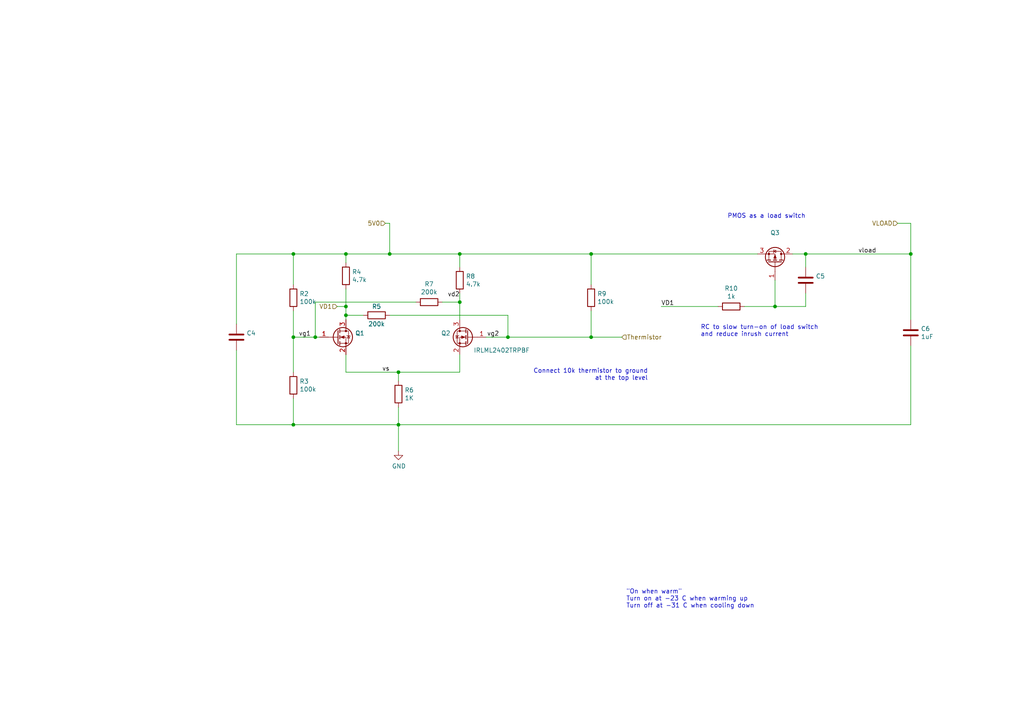
<source format=kicad_sch>
(kicad_sch (version 20211123) (generator eeschema)
  (paper "A4")
  (lib_symbols
    (symbol "Device:C" (pin_numbers hide) (pin_names (offset 0.254))
      (property "Reference" "C" (at 0.635 2.54 0))
      (property "Value" "C" (at 0.635 -2.54 0))
      (symbol "C_0_1"
        (polyline (pts (xy -2.032 -0.762) (xy 2.032 -0.762)) (stroke (width 0.508)))
        (polyline (pts (xy -2.032 0.762) (xy 2.032 0.762)) (stroke (width 0.508)))
      )
      (symbol "C_1_1"
        (pin passive line (at 0 3.81 270) (length 2.794) (name "~") (number "1"))
        (pin passive line (at 0 -3.81 90) (length 2.794) (name "~") (number "2"))
      )
    )
    (symbol "Device:Q_PMOS_GDS" (pin_names (offset 0) hide)
      (property "Reference" "Q" (at 5.08 1.27 0))
      (property "Value" "Q_PMOS_GDS" (at 5.08 -1.27 0))
      (symbol "Q_PMOS_GDS_0_1"
        (polyline (pts (xy 0.254 0) (xy -2.54 0)))
        (polyline (pts (xy 0.254 1.905) (xy 0.254 -1.905)) (stroke (width 0.254)))
        (polyline (pts (xy 0.762 -1.27) (xy 0.762 -2.286)) (stroke (width 0.254)))
        (polyline (pts (xy 0.762 0.508) (xy 0.762 -0.508)) (stroke (width 0.254)))
        (polyline (pts (xy 0.762 2.286) (xy 0.762 1.27)) (stroke (width 0.254)))
        (polyline (pts (xy 2.54 2.54) (xy 2.54 1.778)))
        (polyline (pts (xy 2.54 -2.54) (xy 2.54 0) (xy 0.762 0)))
        (polyline (pts (xy 0.762 1.778) (xy 3.302 1.778) (xy 3.302 -1.778) (xy 0.762 -1.778)))
        (polyline (pts (xy 2.286 0) (xy 1.27 0.381) (xy 1.27 -0.381) (xy 2.286 0)) (fill (type outline)))
        (polyline (pts (xy 2.794 -0.508) (xy 2.921 -0.381) (xy 3.683 -0.381) (xy 3.81 -0.254)))
        (polyline (pts (xy 3.302 -0.381) (xy 2.921 0.254) (xy 3.683 0.254) (xy 3.302 -0.381)))
        (circle (center 1.651 0) (radius 2.794) (stroke (width 0.254)))
        (circle (center 2.54 -1.778) (radius 0.254) (fill (type outline)))
        (circle (center 2.54 1.778) (radius 0.254) (fill (type outline)))
      )
      (symbol "Q_PMOS_GDS_1_1"
        (pin input line (at -5.08 0 0) (length 2.54) (name "G") (number "1"))
        (pin passive line (at 2.54 5.08 270) (length 2.54) (name "D") (number "2"))
        (pin passive line (at 2.54 -5.08 90) (length 2.54) (name "S") (number "3"))
      )
    )
    (symbol "Device:R" (pin_numbers hide) (pin_names (offset 0))
      (property "Reference" "R" (at 2.032 0 90))
      (property "Value" "R" (at 0 0 90))
      (symbol "R_0_1"
        (rectangle (start -1.016 -2.54) (end 1.016 2.54) (stroke (width 0.254)))
      )
      (symbol "R_1_1"
        (pin passive line (at 0 3.81 270) (length 1.27) (name "~") (number "1"))
        (pin passive line (at 0 -3.81 90) (length 1.27) (name "~") (number "2"))
      )
    )
    (symbol "Transistor_FET:BSS127S" (pin_names hide)
      (property "Reference" "Q" (at 5.08 1.905 0))
      (property "Value" "BSS127S" (at 5.08 0 0))
      (symbol "BSS127S_0_1"
        (polyline (pts (xy 0.254 0) (xy -2.54 0)))
        (polyline (pts (xy 0.254 1.905) (xy 0.254 -1.905)) (stroke (width 0.254)))
        (polyline (pts (xy 0.762 -1.27) (xy 0.762 -2.286)) (stroke (width 0.254)))
        (polyline (pts (xy 0.762 0.508) (xy 0.762 -0.508)) (stroke (width 0.254)))
        (polyline (pts (xy 0.762 2.286) (xy 0.762 1.27)) (stroke (width 0.254)))
        (polyline (pts (xy 2.54 2.54) (xy 2.54 1.778)))
        (polyline (pts (xy 2.54 -2.54) (xy 2.54 0) (xy 0.762 0)))
        (polyline (pts (xy 0.762 -1.778) (xy 3.302 -1.778) (xy 3.302 1.778) (xy 0.762 1.778)))
        (polyline (pts (xy 1.016 0) (xy 2.032 0.381) (xy 2.032 -0.381) (xy 1.016 0)) (fill (type outline)))
        (polyline (pts (xy 2.794 0.508) (xy 2.921 0.381) (xy 3.683 0.381) (xy 3.81 0.254)))
        (polyline (pts (xy 3.302 0.381) (xy 2.921 -0.254) (xy 3.683 -0.254) (xy 3.302 0.381)))
        (circle (center 1.651 0) (radius 2.794) (stroke (width 0.254)))
        (circle (center 2.54 -1.778) (radius 0.254) (fill (type outline)))
        (circle (center 2.54 1.778) (radius 0.254) (fill (type outline)))
      )
      (symbol "BSS127S_1_1"
        (pin input line (at -5.08 0 0) (length 2.54) (name "G") (number "1"))
        (pin passive line (at 2.54 -5.08 90) (length 2.54) (name "S") (number "2"))
        (pin passive line (at 2.54 5.08 270) (length 2.54) (name "D") (number "3"))
      )
    )
    (symbol "power:GND" (power) (pin_names (offset 0))
      (property "Value" "GND" (at 0 -3.81 0))
      (symbol "GND_0_1"
        (polyline (pts (xy 0 0) (xy 0 -1.27) (xy 1.27 -1.27) (xy 0 -2.54) (xy -1.27 -1.27) (xy 0 -1.27)))
      )
      (symbol "GND_1_1"
        (pin power_in line (at 0 0 270) (length 0) hide (name "GND") (number "1"))
      )
    )
  )
  (junction (at 147.32 97.79))
  (junction (at 85.09 123.19))
  (junction (at 133.35 87.63))
  (junction (at 91.44 97.79))
  (junction (at 115.57 123.19))
  (junction (at 233.68 73.66))
  (junction (at 171.45 97.79))
  (junction (at 100.33 88.9))
  (junction (at 171.45 73.66))
  (junction (at 113.03 73.66))
  (junction (at 100.33 73.66))
  (junction (at 224.79 88.9))
  (junction (at 85.09 73.66))
  (junction (at 133.35 73.66))
  (junction (at 264.16 73.66))
  (junction (at 115.57 107.95))
  (junction (at 85.09 97.79))
  (junction (at 100.33 91.44))
  (wire (pts (xy 115.57 107.95) (xy 115.57 110.49)))
  (wire (pts (xy 68.58 101.6) (xy 68.58 123.19)))
  (wire (pts (xy 85.09 123.19) (xy 115.57 123.19)))
  (wire (pts (xy 100.33 91.44) (xy 105.41 91.44)))
  (wire (pts (xy 85.09 97.79) (xy 85.09 107.95)))
  (wire (pts (xy 113.03 64.77) (xy 113.03 73.66)))
  (wire (pts (xy 113.03 73.66) (xy 133.35 73.66)))
  (wire (pts (xy 133.35 73.66) (xy 171.45 73.66)))
  (wire (pts (xy 133.35 107.95) (xy 133.35 102.87)))
  (wire (pts (xy 147.32 97.79) (xy 171.45 97.79)))
  (wire (pts (xy 260.35 64.77) (xy 264.16 64.77)))
  (wire (pts (xy 224.79 81.28) (xy 224.79 88.9)))
  (wire (pts (xy 115.57 107.95) (xy 133.35 107.95)))
  (wire (pts (xy 133.35 73.66) (xy 133.35 77.47)))
  (wire (pts (xy 85.09 90.17) (xy 85.09 97.79)))
  (wire (pts (xy 171.45 97.79) (xy 180.34 97.79)))
  (wire (pts (xy 91.44 97.79) (xy 92.71 97.79)))
  (wire (pts (xy 147.32 91.44) (xy 147.32 97.79)))
  (wire (pts (xy 85.09 115.57) (xy 85.09 123.19)))
  (wire (pts (xy 100.33 83.82) (xy 100.33 88.9)))
  (wire (pts (xy 233.68 73.66) (xy 264.16 73.66)))
  (wire (pts (xy 224.79 88.9) (xy 215.9 88.9)))
  (wire (pts (xy 100.33 73.66) (xy 113.03 73.66)))
  (wire (pts (xy 100.33 76.2) (xy 100.33 73.66)))
  (wire (pts (xy 68.58 73.66) (xy 85.09 73.66)))
  (wire (pts (xy 120.65 87.63) (xy 91.44 87.63)))
  (wire (pts (xy 171.45 73.66) (xy 219.71 73.66)))
  (wire (pts (xy 68.58 123.19) (xy 85.09 123.19)))
  (wire (pts (xy 233.68 77.47) (xy 233.68 73.66)))
  (wire (pts (xy 264.16 92.71) (xy 264.16 73.66)))
  (wire (pts (xy 111.76 64.77) (xy 113.03 64.77)))
  (wire (pts (xy 91.44 87.63) (xy 91.44 97.79)))
  (wire (pts (xy 68.58 93.98) (xy 68.58 73.66)))
  (wire (pts (xy 264.16 100.33) (xy 264.16 123.19)))
  (wire (pts (xy 171.45 97.79) (xy 171.45 90.17)))
  (wire (pts (xy 133.35 85.09) (xy 133.35 87.63)))
  (wire (pts (xy 100.33 73.66) (xy 85.09 73.66)))
  (wire (pts (xy 100.33 88.9) (xy 100.33 91.44)))
  (wire (pts (xy 233.68 88.9) (xy 224.79 88.9)))
  (wire (pts (xy 115.57 118.11) (xy 115.57 123.19)))
  (wire (pts (xy 171.45 73.66) (xy 171.45 82.55)))
  (wire (pts (xy 208.28 88.9) (xy 191.77 88.9)))
  (wire (pts (xy 233.68 85.09) (xy 233.68 88.9)))
  (wire (pts (xy 85.09 97.79) (xy 91.44 97.79)))
  (wire (pts (xy 100.33 107.95) (xy 115.57 107.95)))
  (wire (pts (xy 115.57 123.19) (xy 115.57 130.81)))
  (wire (pts (xy 133.35 87.63) (xy 133.35 92.71)))
  (wire (pts (xy 140.97 97.79) (xy 147.32 97.79)))
  (wire (pts (xy 229.87 73.66) (xy 233.68 73.66)))
  (wire (pts (xy 113.03 91.44) (xy 147.32 91.44)))
  (wire (pts (xy 100.33 91.44) (xy 100.33 92.71)))
  (wire (pts (xy 100.33 102.87) (xy 100.33 107.95)))
  (wire (pts (xy 85.09 73.66) (xy 85.09 82.55)))
  (wire (pts (xy 128.27 87.63) (xy 133.35 87.63)))
  (wire (pts (xy 264.16 64.77) (xy 264.16 73.66)))
  (wire (pts (xy 97.79 88.9) (xy 100.33 88.9)))
  (wire (pts (xy 115.57 123.19) (xy 264.16 123.19)))
  (text "Connect 10k thermistor to ground\nat the top level" (at 187.96 110.49 180) (effects (font (size 1.27 1.27)) (justify right bottom)))
  (text "PMOS as a load switch" (at 233.68 63.5 180) (effects (font (size 1.27 1.27)) (justify right bottom)))
  (text "\"On when warm\"\nTurn on at -23 C when warming up\nTurn off at -31 C when cooling down" (at 181.61 176.53 0) (effects (font (size 1.27 1.27)) (justify left bottom)))
  (text "RC to slow turn-on of load switch\nand reduce inrush current" (at 203.2 97.79 0) (effects (font (size 1.27 1.27)) (justify left bottom)))
  (label "vs" (at 113.03 107.95 180))
  (label "vload" (at 248.92 73.66 0))
  (label "vg2" (at 144.78 97.79 180))
  (label "vg1" (at 90.17 97.79 180))
  (label "VD1" (at 191.77 88.9 0))
  (label "vd2" (at 133.35 86.36 180))
  (hierarchical_label "5V0" (shape input) (at 111.76 64.77 180))
  (hierarchical_label "VD1" (shape input) (at 97.79 88.9 180))
  (hierarchical_label "VLOAD" (shape input) (at 260.35 64.77 180))
  (hierarchical_label "Thermistor" (shape input) (at 180.34 97.79 0))
  (symbol (lib_id "Device:R") (at 115.57 114.3 0) (unit 1)
    (property "Reference" "R6" (at 117.348 113.157 0) (effects (justify left)))
    (property "Value" "1K" (at 117.348 115.443 0) (effects (justify left)))
    (property "Footprint" "Resistor_SMD:R_0603_1608Metric_Pad0.98x0.95mm_HandSolder" (effects hide))
  )
  (symbol (lib_id "Device:R") (at 100.33 80.01 0) (unit 1)
    (property "Reference" "R4" (at 102.108 78.867 0) (effects (justify left)))
    (property "Value" "4.7k" (at 102.108 81.153 0) (effects (justify left)))
    (property "Footprint" "Resistor_SMD:R_0603_1608Metric_Pad0.98x0.95mm_HandSolder" (effects hide))
  )
  (symbol (lib_id "Device:R") (at 133.35 81.28 0) (unit 1)
    (property "Reference" "R8" (at 135.128 80.137 0) (effects (justify left)))
    (property "Value" "4.7k" (at 135.128 82.423 0) (effects (justify left)))
    (property "Footprint" "Resistor_SMD:R_0603_1608Metric_Pad0.98x0.95mm_HandSolder" (effects hide))
  )
  (symbol (lib_id "Device:C") (at 264.16 96.52 0) (unit 1)
    (property "Reference" "C6" (at 267.081 95.3516 0) (effects (justify left)))
    (property "Value" "1uF" (at 267.081 97.663 0) (effects (justify left)))
    (property "Footprint" "Capacitor_SMD:C_0805_2012Metric_Pad1.18x1.45mm_HandSolder" (effects hide))
  )
  (symbol (lib_id "Device:C") (at 233.68 81.28 0) (unit 1)
    (property "Reference" "C5" (at 236.601 80.1116 0) (effects (justify left)))
    (property "Footprint" "Capacitor_SMD:C_0603_1608Metric_Pad1.08x0.95mm_HandSolder" (effects hide))
  )
  (symbol (lib_id "Device:C") (at 68.58 97.79 0) (unit 1)
    (property "Reference" "C4" (at 71.501 96.6216 0) (effects (justify left)))
  )
  (symbol (lib_id "Device:R") (at 85.09 86.36 0) (unit 1)
    (property "Reference" "R2" (at 86.868 85.217 0) (effects (justify left)))
    (property "Value" "100k" (at 86.868 87.503 0) (effects (justify left)))
    (property "Footprint" "Resistor_SMD:R_0603_1608Metric_Pad0.98x0.95mm_HandSolder" (effects hide))
  )
  (symbol (lib_id "Device:R") (at 85.09 111.76 0) (unit 1)
    (property "Reference" "R3" (at 86.868 110.617 0) (effects (justify left)))
    (property "Value" "100k" (at 86.868 112.903 0) (effects (justify left)))
    (property "Footprint" "Resistor_SMD:R_0603_1608Metric_Pad0.98x0.95mm_HandSolder" (effects hide))
  )
  (symbol (lib_id "Device:R") (at 171.45 86.36 0) (unit 1)
    (property "Reference" "R9" (at 173.228 85.217 0) (effects (justify left)))
    (property "Value" "100k" (at 173.228 87.503 0) (effects (justify left)))
    (property "Footprint" "Resistor_SMD:R_0603_1608Metric_Pad0.98x0.95mm_HandSolder" (effects hide))
  )
  (symbol (lib_id "Transistor_FET:BSS127S") (at 97.79 97.79 0) (unit 1)
    (property "Reference" "Q1" (at 102.997 96.647 0) (effects (justify left)))
    (property "Datasheet" "http://www.diodes.com/assets/Datasheets/BSS127.pdf" (effects hide))
    (property "Spice_Primitive" "X" (effects hide))
    (property "Spice_Model" "BSS127_L0" (effects hide))
    (property "Spice_Netlist_Enabled" "Y" (effects hide))
    (property "Spice_Lib_File" "./IFX-Power_OptiMOS_N-channel_small_signal_MOSFET_240V_250V_400V_600V_Spice-web.lib" (effects hide))
    (property "Spice_Node_Sequence" "3 1 2 " (effects hide))
  )
  (symbol (lib_id "Transistor_FET:BSS127S") (at 135.89 97.79 0) (mirror y) (unit 1)
    (property "Reference" "Q2" (at 130.683 96.647 0) (effects (justify left)))
    (property "Value" "IRLML2402TRPBF" (at 153.67 101.6 0) (effects (justify left)))
    (property "Footprint" "Package_TO_SOT_SMD:SOT-23" (effects hide))
    (property "Datasheet" "http://www.diodes.com/assets/Datasheets/BSS127.pdf" (effects hide))
    (property "Spice_Primitive" "X" (effects hide))
    (property "Spice_Model" "BSS127_L0" (effects hide))
    (property "Spice_Netlist_Enabled" "Y" (effects hide))
    (property "Spice_Lib_File" "./IFX-Power_OptiMOS_N-channel_small_signal_MOSFET_240V_250V_400V_600V_Spice-web.lib" (effects hide))
    (property "Spice_Node_Sequence" "3 1 2" (effects hide))
  )
  (symbol (lib_id "Device:R") (at 124.46 87.63 90) (unit 1)
    (property "Reference" "R7" (at 124.46 82.3976 90))
    (property "Value" "200k" (at 124.46 84.709 90))
    (property "Footprint" "Resistor_SMD:R_0603_1608Metric_Pad0.98x0.95mm_HandSolder" (effects hide))
  )
  (symbol (lib_id "Device:R") (at 109.22 91.44 90) (unit 1)
    (property "Reference" "R5" (at 109.22 88.9 90))
    (property "Value" "200k" (at 109.22 93.98 90))
    (property "Footprint" "Resistor_SMD:R_0603_1608Metric_Pad0.98x0.95mm_HandSolder" (effects hide))
  )
  (symbol (lib_id "Device:Q_PMOS_GDS") (at 224.79 76.2 270) (mirror x) (unit 1)
    (property "Reference" "Q3" (at 224.79 67.5132 90))
    (property "Spice_Primitive" "X" (effects hide))
    (property "Spice_Model" "FDD306P" (effects hide))
    (property "Spice_Netlist_Enabled" "Y" (effects hide))
    (property "Spice_Lib_File" "./FDD306P.lib" (effects hide))
    (property "Spice_Node_Sequence" "2 1 3" (effects hide))
  )
  (symbol (lib_id "Device:R") (at 212.09 88.9 270) (unit 1)
    (property "Reference" "R10" (at 212.09 83.6422 90))
    (property "Value" "1k" (at 212.09 85.9536 90))
    (property "Footprint" "Resistor_SMD:R_0603_1608Metric_Pad0.98x0.95mm_HandSolder" (effects hide))
  )
  (symbol (lib_id "power:GND") (at 115.57 130.81 0) (unit 1)
    (property "Reference" "#PWR011" (effects hide))
    (property "Value" "GND" (at 115.697 135.2042 0))
  )
)
</source>
